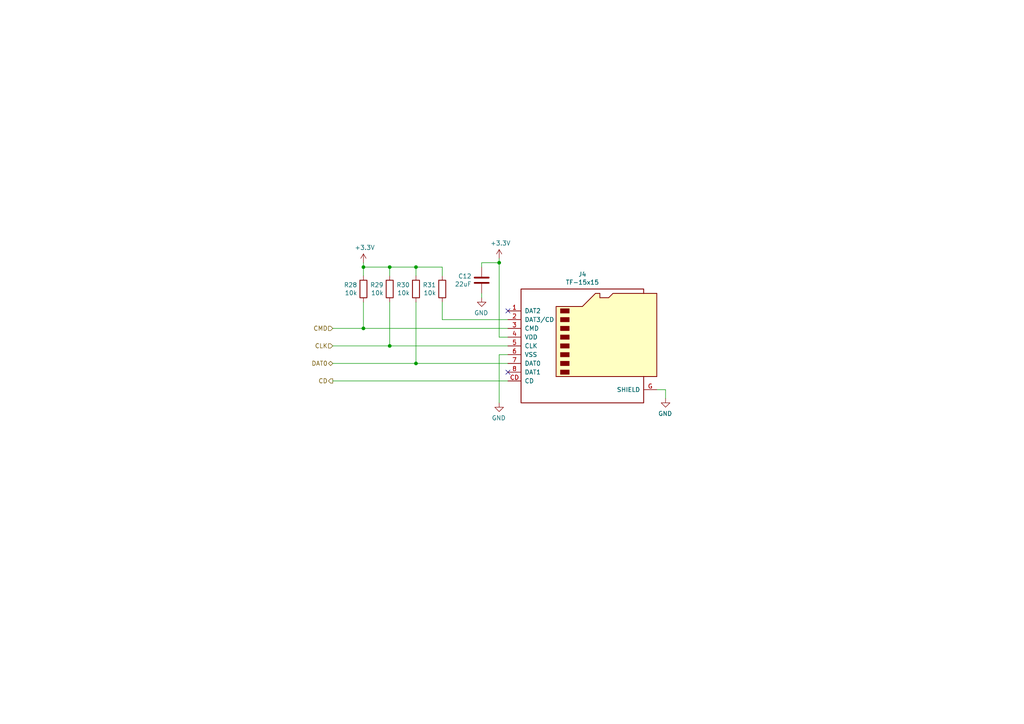
<source format=kicad_sch>
(kicad_sch (version 20230221) (generator eeschema)
  (paper "A4")
  (lib_symbols
    (symbol "Device:C" (pin_numbers hide) (pin_names (offset 0.254))
      (property "Reference" "C" (at 0.635 2.54 0))
      (property "Value" "C" (at 0.635 -2.54 0))
      (symbol "C_0_1"
        (polyline (pts (xy -2.032 -0.762) (xy 2.032 -0.762)) (stroke (width 0.508)))
        (polyline (pts (xy -2.032 0.762) (xy 2.032 0.762)) (stroke (width 0.508)))
      )
      (symbol "C_1_1"
        (pin passive line (at 0 3.81 270) (length 2.794) (name "~") (number "1"))
        (pin passive line (at 0 -3.81 90) (length 2.794) (name "~") (number "2"))
      )
    )
    (symbol "Device:R" (pin_numbers hide) (pin_names (offset 0))
      (property "Reference" "R" (at 2.032 0 90))
      (property "Value" "R" (at 0 0 90))
      (symbol "R_0_1"
        (rectangle (start -1.016 -2.54) (end 1.016 2.54) (stroke (width 0.254)))
      )
      (symbol "R_1_1"
        (pin passive line (at 0 3.81 270) (length 1.27) (name "~") (number "1"))
        (pin passive line (at 0 -3.81 90) (length 1.27) (name "~") (number "2"))
      )
    )
    (symbol "j_Connector:Micro_SD_Card_CD" (pin_names (offset 1.016))
      (property "Reference" "J" (at -16.51 17.78 0))
      (property "Value" "Micro_SD_Card_CD" (at 16.51 17.78 0))
      (symbol "Micro_SD_Card_CD_0_1"
        (rectangle (start -7.62 -6.985) (end -5.08 -8.255) (fill (type outline)))
        (rectangle (start -7.62 -4.445) (end -5.08 -5.715) (fill (type outline)))
        (rectangle (start -7.62 -1.905) (end -5.08 -3.175) (fill (type outline)))
        (rectangle (start -7.62 0.635) (end -5.08 -0.635) (fill (type outline)))
        (rectangle (start -7.62 3.175) (end -5.08 1.905) (fill (type outline)))
        (rectangle (start -7.62 5.715) (end -5.08 4.445) (fill (type outline)))
        (rectangle (start -7.62 8.255) (end -5.08 6.985) (fill (type outline)))
        (rectangle (start -7.62 10.795) (end -5.08 9.525) (fill (type outline)))
        (polyline (pts (xy 16.51 15.24) (xy 16.51 16.51) (xy -19.05 16.51) (xy -19.05 -16.51) (xy 16.51 -16.51) (xy 16.51 -8.89)) (stroke (width 0.254)))
        (polyline (pts (xy -8.89 -8.89) (xy -8.89 11.43) (xy -1.27 11.43) (xy 2.54 15.24) (xy 3.81 15.24) (xy 3.81 13.97) (xy 6.35 13.97) (xy 7.62 15.24) (xy 20.32 15.24) (xy 20.32 -8.89) (xy -8.89 -8.89)) (stroke (width 0.254)) (fill (type background)))
      )
      (symbol "Micro_SD_Card_CD_1_1"
        (pin bidirectional line (at -22.86 10.16 0) (length 3.81) (name "DAT2") (number "1"))
        (pin bidirectional line (at -22.86 7.62 0) (length 3.81) (name "DAT3/CD") (number "2"))
        (pin input line (at -22.86 5.08 0) (length 3.81) (name "CMD") (number "3"))
        (pin power_in line (at -22.86 2.54 0) (length 3.81) (name "VDD") (number "4"))
        (pin input line (at -22.86 0 0) (length 3.81) (name "CLK") (number "5"))
        (pin power_in line (at -22.86 -2.54 0) (length 3.81) (name "VSS") (number "6"))
        (pin input line (at -22.86 -5.08 0) (length 3.81) (name "DAT0") (number "7"))
        (pin input line (at -22.86 -7.62 0) (length 3.81) (name "DAT1") (number "8"))
        (pin passive line (at -22.86 -10.16 0) (length 3.81) (name "CD") (number "CD"))
        (pin passive line (at 20.32 -12.7 180) (length 3.81) (name "SHIELD") (number "G"))
      )
    )
    (symbol "power:+3.3V" (power) (pin_names (offset 0))
      (property "Value" "+3.3V" (at 0 3.556 0))
      (symbol "+3.3V_0_1"
        (polyline (pts (xy -0.762 1.27) (xy 0 2.54)))
        (polyline (pts (xy 0 0) (xy 0 2.54)))
        (polyline (pts (xy 0 2.54) (xy 0.762 1.27)))
      )
      (symbol "+3.3V_1_1"
        (pin power_in line (at 0 0 90) (length 0) hide (name "+3.3V") (number "1"))
      )
    )
    (symbol "power:GND" (power) (pin_names (offset 0))
      (property "Value" "GND" (at 0 -3.81 0))
      (symbol "GND_0_1"
        (polyline (pts (xy 0 0) (xy 0 -1.27) (xy 1.27 -1.27) (xy 0 -2.54) (xy -1.27 -1.27) (xy 0 -1.27)))
      )
      (symbol "GND_1_1"
        (pin power_in line (at 0 0 270) (length 0) hide (name "GND") (number "1"))
      )
    )
  )
  (junction (at 144.78 76.2))
  (junction (at 113.03 77.47))
  (junction (at 105.41 95.25))
  (junction (at 105.41 77.47))
  (junction (at 120.65 105.41))
  (junction (at 120.65 77.47))
  (junction (at 113.03 100.33))
  (no_connect (at 147.32 90.17))
  (no_connect (at 147.32 107.95))
  (wire (pts (xy 105.41 95.25) (xy 147.32 95.25)))
  (wire (pts (xy 120.65 105.41) (xy 147.32 105.41)))
  (wire (pts (xy 113.03 100.33) (xy 147.32 100.33)))
  (wire (pts (xy 96.52 100.33) (xy 113.03 100.33)))
  (wire (pts (xy 193.04 113.03) (xy 193.04 115.57)))
  (wire (pts (xy 139.7 76.2) (xy 139.7 77.47)))
  (wire (pts (xy 105.41 77.47) (xy 113.03 77.47)))
  (wire (pts (xy 96.52 95.25) (xy 105.41 95.25)))
  (wire (pts (xy 144.78 76.2) (xy 139.7 76.2)))
  (wire (pts (xy 128.27 77.47) (xy 128.27 80.01)))
  (wire (pts (xy 144.78 102.87) (xy 144.78 116.84)))
  (wire (pts (xy 113.03 87.63) (xy 113.03 100.33)))
  (wire (pts (xy 147.32 97.79) (xy 144.78 97.79)))
  (wire (pts (xy 113.03 80.01) (xy 113.03 77.47)))
  (wire (pts (xy 144.78 97.79) (xy 144.78 76.2)))
  (wire (pts (xy 113.03 77.47) (xy 120.65 77.47)))
  (wire (pts (xy 120.65 77.47) (xy 120.65 80.01)))
  (wire (pts (xy 120.65 87.63) (xy 120.65 105.41)))
  (wire (pts (xy 120.65 77.47) (xy 128.27 77.47)))
  (wire (pts (xy 144.78 76.2) (xy 144.78 74.93)))
  (wire (pts (xy 105.41 87.63) (xy 105.41 95.25)))
  (wire (pts (xy 147.32 102.87) (xy 144.78 102.87)))
  (wire (pts (xy 105.41 77.47) (xy 105.41 80.01)))
  (wire (pts (xy 147.32 110.49) (xy 96.52 110.49)))
  (wire (pts (xy 128.27 92.71) (xy 128.27 87.63)))
  (wire (pts (xy 96.52 105.41) (xy 120.65 105.41)))
  (wire (pts (xy 147.32 92.71) (xy 128.27 92.71)))
  (wire (pts (xy 105.41 76.2) (xy 105.41 77.47)))
  (wire (pts (xy 190.5 113.03) (xy 193.04 113.03)))
  (wire (pts (xy 139.7 86.36) (xy 139.7 85.09)))
  (hierarchical_label "CLK" (shape input) (at 96.52 100.33 180))
  (hierarchical_label "DAT0" (shape bidirectional) (at 96.52 105.41 180))
  (hierarchical_label "CMD" (shape input) (at 96.52 95.25 180))
  (hierarchical_label "CD" (shape output) (at 96.52 110.49 180))
  (symbol (lib_id "j_Connector:Micro_SD_Card_CD") (at 170.18 100.33 0) (unit 1)
    (property "Reference" "J4" (at 168.91 79.5782 0))
    (property "Value" "TF-15x15" (at 168.91 81.8896 0))
    (property "Footprint" "jeffmakes-footprints:microSD_HC_Sofng_TF-15" (effects hide))
    (property "LCSC" "C111196" (effects hide))
    (property "MPN" "TF-15x15" (effects hide))
    (property "Manufacturer" "SOFNG" (effects hide))
  )
  (symbol (lib_id "power:GND") (at 193.04 115.57 0) (mirror y) (unit 1)
    (property "Reference" "#PWR053" (effects hide))
    (property "Value" "GND" (at 192.913 119.9642 0))
    (instances (project "tr23-badge-r1" (path "" (reference "#PWR053") (unit 1)) (path "" (reference "#PWR?") (unit 1))))
  )
  (symbol (lib_id "power:GND") (at 144.78 116.84 0) (mirror y) (unit 1)
    (property "Reference" "#PWR052" (effects hide))
    (property "Value" "GND" (at 144.653 121.2342 0))
    (instances (project "tr23-badge-r1" (path "" (reference "#PWR052") (unit 1)) (path "" (reference "#PWR?") (unit 1))))
  )
  (symbol (lib_id "power:+3.3V") (at 144.78 74.93 0) (unit 1)
    (property "Reference" "#PWR051" (effects hide))
    (property "Value" "+3.3V" (at 145.161 70.5358 0))
    (instances (project "tr23-badge-r1" (path "" (reference "#PWR051") (unit 1)) (path "" (reference "#PWR?") (unit 1))))
  )
  (symbol (lib_id "Device:C") (at 139.7 81.28 0) (mirror y) (unit 1)
    (property "Reference" "C12" (at 136.779 80.1116 0) (effects (justify left)))
    (property "Value" "22uF" (at 136.779 82.423 0) (effects (justify left)))
    (property "Footprint" "Capacitor_SMD:C_0603_1608Metric" (effects hide))
    (instances (project "tr23-badge-r1" (path "" (reference "C12") (unit 1)) (path "" (reference "C?") (unit 1))))
  )
  (symbol (lib_id "power:GND") (at 139.7 86.36 0) (mirror y) (unit 1)
    (property "Reference" "#PWR050" (effects hide))
    (property "Value" "GND" (at 139.573 90.7542 0))
    (instances (project "tr23-badge-r1" (path "" (reference "#PWR050") (unit 1)) (path "" (reference "#PWR?") (unit 1))))
  )
  (symbol (lib_id "Device:R") (at 120.65 83.82 0) (mirror y) (unit 1)
    (property "Reference" "R30" (at 118.872 82.6516 0) (effects (justify left)))
    (property "Value" "10k" (at 118.872 84.963 0) (effects (justify left)))
    (property "Footprint" "Resistor_SMD:R_0402_1005Metric" (effects hide))
    (instances (project "tr23-badge-r1" (path "" (reference "R30") (unit 1)) (path "" (reference "R?") (unit 1))))
  )
  (symbol (lib_id "Device:R") (at 113.03 83.82 0) (mirror y) (unit 1)
    (property "Reference" "R29" (at 111.252 82.6516 0) (effects (justify left)))
    (property "Value" "10k" (at 111.252 84.963 0) (effects (justify left)))
    (property "Footprint" "Resistor_SMD:R_0402_1005Metric" (effects hide))
    (instances (project "tr23-badge-r1" (path "" (reference "R29") (unit 1)) (path "" (reference "R?") (unit 1))))
  )
  (symbol (lib_id "Device:R") (at 105.41 83.82 0) (mirror y) (unit 1)
    (property "Reference" "R28" (at 103.632 82.6516 0) (effects (justify left)))
    (property "Value" "10k" (at 103.632 84.963 0) (effects (justify left)))
    (property "Footprint" "Resistor_SMD:R_0402_1005Metric" (effects hide))
    (instances (project "tr23-badge-r1" (path "" (reference "R28") (unit 1)) (path "" (reference "R?") (unit 1))))
  )
  (symbol (lib_id "power:+3.3V") (at 105.41 76.2 0) (unit 1)
    (property "Reference" "#PWR049" (effects hide))
    (property "Value" "+3.3V" (at 105.791 71.8058 0))
    (instances (project "tr23-badge-r1" (path "" (reference "#PWR049") (unit 1)) (path "" (reference "#PWR?") (unit 1))))
  )
  (symbol (lib_id "Device:R") (at 128.27 83.82 0) (mirror y) (unit 1)
    (property "Reference" "R31" (at 126.492 82.6516 0) (effects (justify left)))
    (property "Value" "10k" (at 126.492 84.963 0) (effects (justify left)))
    (property "Footprint" "Resistor_SMD:R_0402_1005Metric" (effects hide))
    (instances (project "tr23-badge-r1" (path "" (reference "R31") (unit 1)) (path "" (reference "R?") (unit 1))))
  )
)
</source>
